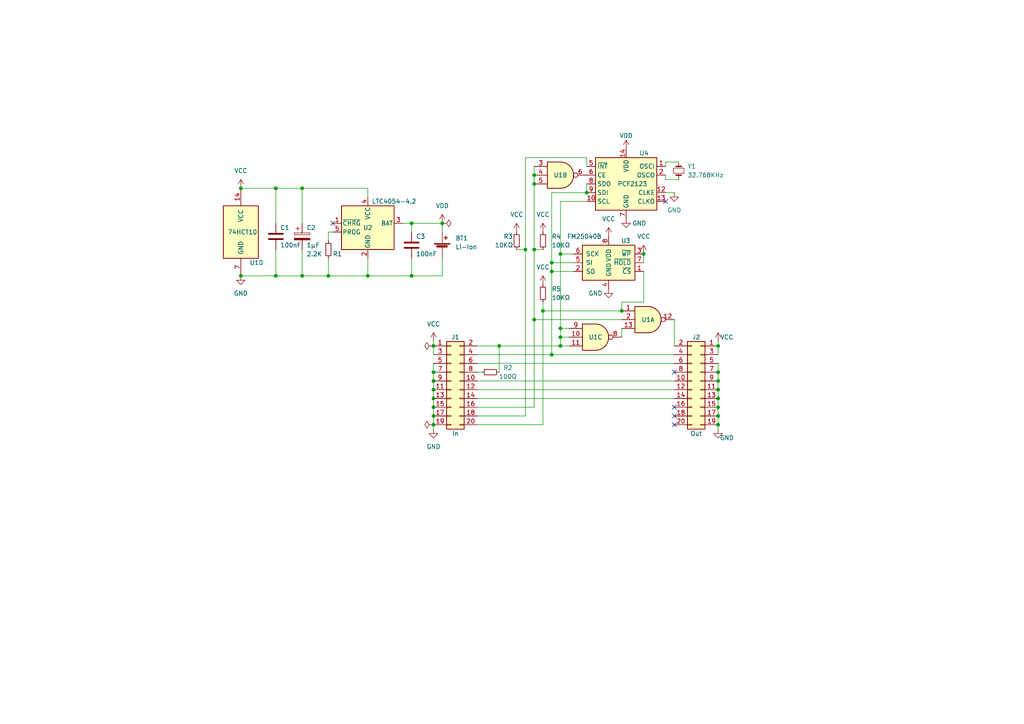
<source format=kicad_sch>
(kicad_sch (version 20211123) (generator eeschema)
  (paper "A4")
  (lib_symbols
    (symbol "74xx:74HCT10" (pin_names (offset 1.016))
      (property "Reference" "U" (at 0 1.27 0))
      (property "Value" "74HCT10" (at 0 -1.27 0))
      (symbol "74HCT10_1_1"
        (arc (start 0 -3.81) (mid 3.81 0) (end 0 3.81) (stroke (width 0.254)) (fill (type background)))
        (polyline (pts (xy 0 3.81) (xy -3.81 3.81) (xy -3.81 -3.81) (xy 0 -3.81)) (stroke (width 0.254)) (fill (type background)))
        (pin input line (at -7.62 2.54 0) (length 3.81) (name "~") (number "1"))
        (pin output inverted (at 7.62 0 180) (length 3.81) (name "~") (number "12"))
        (pin input line (at -7.62 -2.54 0) (length 3.81) (name "~") (number "13"))
        (pin input line (at -7.62 0 0) (length 3.81) (name "~") (number "2"))
      )
      (symbol "74HCT10_1_2"
        (arc (start -3.81 -3.81) (mid -2.589 0) (end -3.81 3.81) (stroke (width 0.254)))
        (arc (start -0.6096 -3.81) (mid 2.1855 -2.584) (end 3.81 0) (stroke (width 0.254)) (fill (type background)))
        (polyline (pts (xy -3.81 -3.81) (xy -0.635 -3.81)) (stroke (width 0.254)) (fill (type background)))
        (polyline (pts (xy -3.81 3.81) (xy -0.635 3.81)) (stroke (width 0.254)) (fill (type background)))
        (polyline (pts (xy -0.635 3.81) (xy -3.81 3.81) (xy -3.81 3.81) (xy -3.556 3.4036) (xy -3.0226 2.2606) (xy -2.6924 1.0414) (xy -2.6162 -0.254) (xy -2.7686 -1.4986) (xy -3.175 -2.7178) (xy -3.81 -3.81) (xy -3.81 -3.81) (xy -0.635 -3.81)) (stroke (width -25.4)) (fill (type background)))
        (arc (start 3.81 0) (mid 2.1928 2.5925) (end -0.6096 3.81) (stroke (width 0.254)) (fill (type background)))
        (pin input inverted (at -7.62 2.54 0) (length 4.318) (name "~") (number "1"))
        (pin output line (at 7.62 0 180) (length 3.81) (name "~") (number "12"))
        (pin input inverted (at -7.62 -2.54 0) (length 4.318) (name "~") (number "13"))
        (pin input inverted (at -7.62 0 0) (length 4.953) (name "~") (number "2"))
      )
      (symbol "74HCT10_2_1"
        (arc (start 0 -3.81) (mid 3.81 0) (end 0 3.81) (stroke (width 0.254)) (fill (type background)))
        (polyline (pts (xy 0 3.81) (xy -3.81 3.81) (xy -3.81 -3.81) (xy 0 -3.81)) (stroke (width 0.254)) (fill (type background)))
        (pin input line (at -7.62 2.54 0) (length 3.81) (name "~") (number "3"))
        (pin input line (at -7.62 0 0) (length 3.81) (name "~") (number "4"))
        (pin input line (at -7.62 -2.54 0) (length 3.81) (name "~") (number "5"))
        (pin output inverted (at 7.62 0 180) (length 3.81) (name "~") (number "6"))
      )
      (symbol "74HCT10_2_2"
        (arc (start -3.81 -3.81) (mid -2.589 0) (end -3.81 3.81) (stroke (width 0.254)))
        (arc (start -0.6096 -3.81) (mid 2.1855 -2.584) (end 3.81 0) (stroke (width 0.254)) (fill (type background)))
        (polyline (pts (xy -3.81 -3.81) (xy -0.635 -3.81)) (stroke (width 0.254)) (fill (type background)))
        (polyline (pts (xy -3.81 3.81) (xy -0.635 3.81)) (stroke (width 0.254)) (fill (type background)))
        (polyline (pts (xy -0.635 3.81) (xy -3.81 3.81) (xy -3.81 3.81) (xy -3.556 3.4036) (xy -3.0226 2.2606) (xy -2.6924 1.0414) (xy -2.6162 -0.254) (xy -2.7686 -1.4986) (xy -3.175 -2.7178) (xy -3.81 -3.81) (xy -3.81 -3.81) (xy -0.635 -3.81)) (stroke (width -25.4)) (fill (type background)))
        (arc (start 3.81 0) (mid 2.1928 2.5925) (end -0.6096 3.81) (stroke (width 0.254)) (fill (type background)))
        (pin input inverted (at -7.62 2.54 0) (length 4.318) (name "~") (number "3"))
        (pin input inverted (at -7.62 0 0) (length 4.953) (name "~") (number "4"))
        (pin input inverted (at -7.62 -2.54 0) (length 4.318) (name "~") (number "5"))
        (pin output line (at 7.62 0 180) (length 3.81) (name "~") (number "6"))
      )
      (symbol "74HCT10_3_1"
        (arc (start 0 -3.81) (mid 3.81 0) (end 0 3.81) (stroke (width 0.254)) (fill (type background)))
        (polyline (pts (xy 0 3.81) (xy -3.81 3.81) (xy -3.81 -3.81) (xy 0 -3.81)) (stroke (width 0.254)) (fill (type background)))
        (pin input line (at -7.62 0 0) (length 3.81) (name "~") (number "10"))
        (pin input line (at -7.62 -2.54 0) (length 3.81) (name "~") (number "11"))
        (pin output inverted (at 7.62 0 180) (length 3.81) (name "~") (number "8"))
        (pin input line (at -7.62 2.54 0) (length 3.81) (name "~") (number "9"))
      )
      (symbol "74HCT10_3_2"
        (arc (start -3.81 -3.81) (mid -2.589 0) (end -3.81 3.81) (stroke (width 0.254)))
        (arc (start -0.6096 -3.81) (mid 2.1855 -2.584) (end 3.81 0) (stroke (width 0.254)) (fill (type background)))
        (polyline (pts (xy -3.81 -3.81) (xy -0.635 -3.81)) (stroke (width 0.254)) (fill (type background)))
        (polyline (pts (xy -3.81 3.81) (xy -0.635 3.81)) (stroke (width 0.254)) (fill (type background)))
        (polyline (pts (xy -0.635 3.81) (xy -3.81 3.81) (xy -3.81 3.81) (xy -3.556 3.4036) (xy -3.0226 2.2606) (xy -2.6924 1.0414) (xy -2.6162 -0.254) (xy -2.7686 -1.4986) (xy -3.175 -2.7178) (xy -3.81 -3.81) (xy -3.81 -3.81) (xy -0.635 -3.81)) (stroke (width -25.4)) (fill (type background)))
        (arc (start 3.81 0) (mid 2.1928 2.5925) (end -0.6096 3.81) (stroke (width 0.254)) (fill (type background)))
        (pin input inverted (at -7.62 0 0) (length 4.953) (name "~") (number "10"))
        (pin input inverted (at -7.62 -2.54 0) (length 4.318) (name "~") (number "11"))
        (pin output line (at 7.62 0 180) (length 3.81) (name "~") (number "8"))
        (pin input inverted (at -7.62 2.54 0) (length 4.318) (name "~") (number "9"))
      )
      (symbol "74HCT10_4_0"
        (pin power_in line (at 0 12.7 270) (length 5.08) (name "VCC") (number "14"))
        (pin power_in line (at 0 -12.7 90) (length 5.08) (name "GND") (number "7"))
      )
      (symbol "74HCT10_4_1"
        (rectangle (start -5.08 7.62) (end 5.08 -7.62) (stroke (width 0.254)) (fill (type background)))
      )
    )
    (symbol "Battery_Management:LTC4054ES5-4.2" (pin_names (offset 0.254))
      (property "Reference" "U" (at -5.842 6.604 0))
      (property "Value" "LTC4054ES5-4.2" (at 1.524 6.604 0))
      (symbol "LTC4054ES5-4.2_0_1"
        (rectangle (start -7.62 5.08) (end 7.62 -7.62) (stroke (width 0.254)) (fill (type background)))
      )
      (symbol "LTC4054ES5-4.2_1_1"
        (pin open_collector line (at -10.16 0 0) (length 2.54) (name "~{CHRG}") (number "1"))
        (pin power_in line (at 0 -10.16 90) (length 2.54) (name "GND") (number "2"))
        (pin power_out line (at 10.16 0 180) (length 2.54) (name "BAT") (number "3"))
        (pin power_in line (at 0 7.62 270) (length 2.54) (name "VCC") (number "4"))
        (pin bidirectional line (at -10.16 -2.54 0) (length 2.54) (name "PROG") (number "5"))
      )
    )
    (symbol "Connector_Generic:Conn_02x10_Odd_Even" (pin_names (offset 1.016) hide)
      (property "Reference" "J" (at 1.27 12.7 0))
      (property "Value" "Conn_02x10_Odd_Even" (at 1.27 -15.24 0))
      (symbol "Conn_02x10_Odd_Even_1_1"
        (rectangle (start -1.27 -12.573) (end 0 -12.827) (stroke (width 0.1524)))
        (rectangle (start -1.27 -10.033) (end 0 -10.287) (stroke (width 0.1524)))
        (rectangle (start -1.27 -7.493) (end 0 -7.747) (stroke (width 0.1524)))
        (rectangle (start -1.27 -4.953) (end 0 -5.207) (stroke (width 0.1524)))
        (rectangle (start -1.27 -2.413) (end 0 -2.667) (stroke (width 0.1524)))
        (rectangle (start -1.27 0.127) (end 0 -0.127) (stroke (width 0.1524)))
        (rectangle (start -1.27 2.667) (end 0 2.413) (stroke (width 0.1524)))
        (rectangle (start -1.27 5.207) (end 0 4.953) (stroke (width 0.1524)))
        (rectangle (start -1.27 7.747) (end 0 7.493) (stroke (width 0.1524)))
        (rectangle (start -1.27 10.287) (end 0 10.033) (stroke (width 0.1524)))
        (rectangle (start -1.27 11.43) (end 3.81 -13.97) (stroke (width 0.254)) (fill (type background)))
        (rectangle (start 3.81 -12.573) (end 2.54 -12.827) (stroke (width 0.1524)))
        (rectangle (start 3.81 -10.033) (end 2.54 -10.287) (stroke (width 0.1524)))
        (rectangle (start 3.81 -7.493) (end 2.54 -7.747) (stroke (width 0.1524)))
        (rectangle (start 3.81 -4.953) (end 2.54 -5.207) (stroke (width 0.1524)))
        (rectangle (start 3.81 -2.413) (end 2.54 -2.667) (stroke (width 0.1524)))
        (rectangle (start 3.81 0.127) (end 2.54 -0.127) (stroke (width 0.1524)))
        (rectangle (start 3.81 2.667) (end 2.54 2.413) (stroke (width 0.1524)))
        (rectangle (start 3.81 5.207) (end 2.54 4.953) (stroke (width 0.1524)))
        (rectangle (start 3.81 7.747) (end 2.54 7.493) (stroke (width 0.1524)))
        (rectangle (start 3.81 10.287) (end 2.54 10.033) (stroke (width 0.1524)))
        (pin passive line (at -5.08 10.16 0) (length 3.81) (name "Pin_1") (number "1"))
        (pin passive line (at 7.62 0 180) (length 3.81) (name "Pin_10") (number "10"))
        (pin passive line (at -5.08 -2.54 0) (length 3.81) (name "Pin_11") (number "11"))
        (pin passive line (at 7.62 -2.54 180) (length 3.81) (name "Pin_12") (number "12"))
        (pin passive line (at -5.08 -5.08 0) (length 3.81) (name "Pin_13") (number "13"))
        (pin passive line (at 7.62 -5.08 180) (length 3.81) (name "Pin_14") (number "14"))
        (pin passive line (at -5.08 -7.62 0) (length 3.81) (name "Pin_15") (number "15"))
        (pin passive line (at 7.62 -7.62 180) (length 3.81) (name "Pin_16") (number "16"))
        (pin passive line (at -5.08 -10.16 0) (length 3.81) (name "Pin_17") (number "17"))
        (pin passive line (at 7.62 -10.16 180) (length 3.81) (name "Pin_18") (number "18"))
        (pin passive line (at -5.08 -12.7 0) (length 3.81) (name "Pin_19") (number "19"))
        (pin passive line (at 7.62 10.16 180) (length 3.81) (name "Pin_2") (number "2"))
        (pin passive line (at 7.62 -12.7 180) (length 3.81) (name "Pin_20") (number "20"))
        (pin passive line (at -5.08 7.62 0) (length 3.81) (name "Pin_3") (number "3"))
        (pin passive line (at 7.62 7.62 180) (length 3.81) (name "Pin_4") (number "4"))
        (pin passive line (at -5.08 5.08 0) (length 3.81) (name "Pin_5") (number "5"))
        (pin passive line (at 7.62 5.08 180) (length 3.81) (name "Pin_6") (number "6"))
        (pin passive line (at -5.08 2.54 0) (length 3.81) (name "Pin_7") (number "7"))
        (pin passive line (at 7.62 2.54 180) (length 3.81) (name "Pin_8") (number "8"))
        (pin passive line (at -5.08 0 0) (length 3.81) (name "Pin_9") (number "9"))
      )
    )
    (symbol "Device:Battery_Cell" (pin_numbers hide) (pin_names (offset 0) hide)
      (property "Reference" "BT" (at 2.54 2.54 0))
      (property "Value" "Battery_Cell" (at 2.54 0 0))
      (symbol "Battery_Cell_0_1"
        (rectangle (start -2.286 1.778) (end 2.286 1.524) (fill (type outline)))
        (rectangle (start -1.5748 1.1938) (end 1.4732 0.6858) (fill (type outline)))
        (polyline (pts (xy 0 0.762) (xy 0 0)))
        (polyline (pts (xy 0 1.778) (xy 0 2.54)))
        (polyline (pts (xy 0.508 3.429) (xy 1.524 3.429)) (stroke (width 0.254)))
        (polyline (pts (xy 1.016 3.937) (xy 1.016 2.921)) (stroke (width 0.254)))
      )
      (symbol "Battery_Cell_1_1"
        (pin passive line (at 0 5.08 270) (length 2.54) (name "+") (number "1"))
        (pin passive line (at 0 -2.54 90) (length 2.54) (name "-") (number "2"))
      )
    )
    (symbol "Device:C" (pin_numbers hide) (pin_names (offset 0.254))
      (property "Reference" "C" (at 0.635 2.54 0))
      (property "Value" "C" (at 0.635 -2.54 0))
      (symbol "C_0_1"
        (polyline (pts (xy -2.032 -0.762) (xy 2.032 -0.762)) (stroke (width 0.508)))
        (polyline (pts (xy -2.032 0.762) (xy 2.032 0.762)) (stroke (width 0.508)))
      )
      (symbol "C_1_1"
        (pin passive line (at 0 3.81 270) (length 2.794) (name "~") (number "1"))
        (pin passive line (at 0 -3.81 90) (length 2.794) (name "~") (number "2"))
      )
    )
    (symbol "Device:C_Polarized" (pin_numbers hide) (pin_names (offset 0.254))
      (property "Reference" "C" (at 0.635 2.54 0))
      (property "Value" "C_Polarized" (at 0.635 -2.54 0))
      (symbol "C_Polarized_0_1"
        (rectangle (start -2.286 0.508) (end 2.286 1.016))
        (polyline (pts (xy -1.778 2.286) (xy -0.762 2.286)))
        (polyline (pts (xy -1.27 2.794) (xy -1.27 1.778)))
        (rectangle (start 2.286 -0.508) (end -2.286 -1.016) (fill (type outline)))
      )
      (symbol "C_Polarized_1_1"
        (pin passive line (at 0 3.81 270) (length 2.794) (name "~") (number "1"))
        (pin passive line (at 0 -3.81 90) (length 2.794) (name "~") (number "2"))
      )
    )
    (symbol "Device:Crystal_Small" (pin_numbers hide) (pin_names (offset 1.016) hide)
      (property "Reference" "Y" (at 0 2.54 0))
      (property "Value" "Crystal_Small" (at 0 -2.54 0))
      (symbol "Crystal_Small_0_1"
        (rectangle (start -0.762 -1.524) (end 0.762 1.524))
        (polyline (pts (xy -1.27 -0.762) (xy -1.27 0.762)) (stroke (width 0.381)))
        (polyline (pts (xy 1.27 -0.762) (xy 1.27 0.762)) (stroke (width 0.381)))
      )
      (symbol "Crystal_Small_1_1"
        (pin passive line (at -2.54 0 0) (length 1.27) (name "1") (number "1"))
        (pin passive line (at 2.54 0 180) (length 1.27) (name "2") (number "2"))
      )
    )
    (symbol "Device:R_Small" (pin_numbers hide) (pin_names (offset 0.254) hide)
      (property "Reference" "R" (at 0.762 0.508 0))
      (property "Value" "R_Small" (at 0.762 -1.016 0))
      (symbol "R_Small_0_1"
        (rectangle (start -0.762 1.778) (end 0.762 -1.778) (stroke (width 0.2032)))
      )
      (symbol "R_Small_1_1"
        (pin passive line (at 0 2.54 270) (length 0.762) (name "~") (number "1"))
        (pin passive line (at 0 -2.54 90) (length 0.762) (name "~") (number "2"))
      )
    )
    (symbol "Memory_NVRAM:FM25040B" (pin_names (offset 1.016))
      (property "Reference" "U" (at -7.62 6.35 0))
      (property "Value" "FM25040B" (at 1.27 6.35 0))
      (symbol "FM25040B_0_1"
        (rectangle (start -7.62 5.08) (end 7.62 -5.08) (stroke (width 0.254)) (fill (type background)))
      )
      (symbol "FM25040B_1_1"
        (pin input line (at -10.16 -2.54 0) (length 2.54) (name "~{CS}") (number "1"))
        (pin tri_state line (at 10.16 -2.54 180) (length 2.54) (name "SO") (number "2"))
        (pin input line (at -10.16 2.54 0) (length 2.54) (name "~{WP}") (number "3"))
        (pin power_in line (at 0 -7.62 90) (length 2.54) (name "GND") (number "4"))
        (pin input line (at 10.16 0 180) (length 2.54) (name "SI") (number "5"))
        (pin input line (at 10.16 2.54 180) (length 2.54) (name "SCK") (number "6"))
        (pin input line (at -10.16 0 0) (length 2.54) (name "~{HOLD}") (number "7"))
        (pin power_in line (at 0 7.62 270) (length 2.54) (name "VDD") (number "8"))
      )
    )
    (symbol "Timer_RTC:PCF2123"
      (property "Reference" "U" (at 0 0 0))
      (property "Value" "PCF2123" (at 0 0 0))
      (symbol "PCF2123_0_1"
        (rectangle (start -8.89 7.62) (end 8.89 -7.62) (stroke (width 0.254)) (fill (type background)))
      )
      (symbol "PCF2123_1_1"
        (pin input line (at 11.43 5.08 180) (length 2.54) (name "OSCI") (number "1"))
        (pin input line (at -11.43 -5.08 0) (length 2.54) (name "SCL") (number "10"))
        (pin no_connect non_logic (at 10.16 -15.24 0) (length 2.54) hide (name "NC") (number "11"))
        (pin input line (at 11.43 -2.54 180) (length 2.54) (name "CLKE") (number "12"))
        (pin output line (at 11.43 -5.08 180) (length 2.54) (name "CLKO") (number "13"))
        (pin power_in line (at 0 10.16 270) (length 2.54) (name "VDD") (number "14"))
        (pin output line (at 11.43 2.54 180) (length 2.54) (name "OSCO") (number "2"))
        (pin no_connect non_logic (at 10.16 -10.16 0) (length 2.54) hide (name "NC") (number "3"))
        (pin no_connect non_logic (at 10.16 -12.7 0) (length 2.54) hide (name "NC") (number "4"))
        (pin output line (at -11.43 5.08 0) (length 2.54) (name "~{INT}") (number "5"))
        (pin input line (at -11.43 2.54 0) (length 2.54) (name "CE") (number "6"))
        (pin power_in line (at 0 -10.16 90) (length 2.54) (name "GND") (number "7"))
        (pin tri_state line (at -11.43 0 0) (length 2.54) (name "SDO") (number "8"))
        (pin input line (at -11.43 -2.54 0) (length 2.54) (name "SDI") (number "9"))
      )
    )
    (symbol "power:GND" (power) (pin_names (offset 0))
      (property "Value" "GND" (at 0 -3.81 0))
      (symbol "GND_0_1"
        (polyline (pts (xy 0 0) (xy 0 -1.27) (xy 1.27 -1.27) (xy 0 -2.54) (xy -1.27 -1.27) (xy 0 -1.27)))
      )
      (symbol "GND_1_1"
        (pin power_in line (at 0 0 270) (length 0) hide (name "GND") (number "1"))
      )
    )
    (symbol "power:PWR_FLAG" (power) (pin_numbers hide) (pin_names (offset 0) hide)
      (property "Value" "PWR_FLAG" (at 0 3.81 0))
      (symbol "PWR_FLAG_0_0"
        (pin power_out line (at 0 0 90) (length 0) (name "pwr") (number "1"))
      )
      (symbol "PWR_FLAG_0_1"
        (polyline (pts (xy 0 0) (xy 0 1.27) (xy -1.016 1.905) (xy 0 2.54) (xy 1.016 1.905) (xy 0 1.27)))
      )
    )
    (symbol "power:VCC" (power) (pin_names (offset 0))
      (property "Value" "VCC" (at 0 3.81 0))
      (symbol "VCC_0_1"
        (polyline (pts (xy -0.762 1.27) (xy 0 2.54)))
        (polyline (pts (xy 0 0) (xy 0 2.54)))
        (polyline (pts (xy 0 2.54) (xy 0.762 1.27)))
      )
      (symbol "VCC_1_1"
        (pin power_in line (at 0 0 90) (length 0) hide (name "VCC") (number "1"))
      )
    )
    (symbol "power:VDD" (power) (pin_names (offset 0))
      (property "Value" "VDD" (at 0 3.81 0))
      (symbol "VDD_0_1"
        (polyline (pts (xy -0.762 1.27) (xy 0 2.54)))
        (polyline (pts (xy 0 0) (xy 0 2.54)))
        (polyline (pts (xy 0 2.54) (xy 0.762 1.27)))
      )
      (symbol "VDD_1_1"
        (pin power_in line (at 0 0 90) (length 0) hide (name "VDD") (number "1"))
      )
    )
  )
  (junction (at 154.94 92.71))
  (junction (at 125.73 115.57))
  (junction (at 208.28 115.57))
  (junction (at 80.01 80.01))
  (junction (at 208.28 110.49))
  (junction (at 119.38 80.01))
  (junction (at 125.73 120.65))
  (junction (at 125.73 113.03))
  (junction (at 162.56 97.79))
  (junction (at 125.73 110.49))
  (junction (at 160.02 102.87))
  (junction (at 157.48 90.17))
  (junction (at 95.25 80.01))
  (junction (at 119.38 64.77))
  (junction (at 154.94 53.34))
  (junction (at 162.56 100.33))
  (junction (at 208.28 100.33))
  (junction (at 162.56 73.66))
  (junction (at 208.28 107.95))
  (junction (at 87.63 80.01))
  (junction (at 160.02 76.2))
  (junction (at 154.94 50.8))
  (junction (at 125.73 100.33))
  (junction (at 208.28 120.65))
  (junction (at 69.85 80.01))
  (junction (at 208.28 113.03))
  (junction (at 87.63 54.61))
  (junction (at 162.56 95.25))
  (junction (at 154.94 72.39))
  (junction (at 128.27 64.77))
  (junction (at 170.18 55.88))
  (junction (at 125.73 118.11))
  (junction (at 80.01 54.61))
  (junction (at 160.02 78.74))
  (junction (at 186.69 73.66))
  (junction (at 125.73 123.19))
  (junction (at 180.34 90.17))
  (junction (at 69.85 54.61))
  (junction (at 106.68 80.01))
  (junction (at 152.4 72.39))
  (junction (at 144.78 100.33))
  (junction (at 208.28 118.11))
  (junction (at 125.73 107.95))
  (junction (at 208.28 123.19))
  (no_connect (at 195.58 107.95))
  (no_connect (at 195.58 118.11))
  (no_connect (at 195.58 120.65))
  (no_connect (at 195.58 123.19))
  (no_connect (at 96.52 64.77))
  (no_connect (at 193.04 58.42))
  (wire (pts (xy 138.43 105.41) (xy 195.58 105.41)))
  (wire (pts (xy 180.34 87.63) (xy 186.69 87.63)))
  (wire (pts (xy 186.69 87.63) (xy 186.69 78.74)))
  (wire (pts (xy 80.01 54.61) (xy 87.63 54.61)))
  (wire (pts (xy 119.38 80.01) (xy 128.27 80.01)))
  (wire (pts (xy 125.73 105.41) (xy 125.73 107.95)))
  (wire (pts (xy 80.01 54.61) (xy 69.85 54.61)))
  (wire (pts (xy 157.48 87.63) (xy 157.48 90.17)))
  (wire (pts (xy 154.94 53.34) (xy 154.94 72.39)))
  (wire (pts (xy 87.63 54.61) (xy 106.68 54.61)))
  (wire (pts (xy 160.02 78.74) (xy 166.37 78.74)))
  (wire (pts (xy 119.38 64.77) (xy 128.27 64.77)))
  (wire (pts (xy 138.43 115.57) (xy 195.58 115.57)))
  (wire (pts (xy 138.43 120.65) (xy 152.4 120.65)))
  (wire (pts (xy 160.02 102.87) (xy 195.58 102.87)))
  (wire (pts (xy 160.02 76.2) (xy 160.02 55.88)))
  (wire (pts (xy 128.27 64.77) (xy 128.27 67.31)))
  (wire (pts (xy 180.34 97.79) (xy 180.34 95.25)))
  (wire (pts (xy 119.38 74.93) (xy 119.38 80.01)))
  (wire (pts (xy 160.02 78.74) (xy 160.02 76.2)))
  (wire (pts (xy 162.56 95.25) (xy 162.56 73.66)))
  (wire (pts (xy 152.4 45.72) (xy 152.4 72.39)))
  (wire (pts (xy 87.63 54.61) (xy 87.63 64.77)))
  (wire (pts (xy 144.78 100.33) (xy 144.78 107.95)))
  (wire (pts (xy 165.1 100.33) (xy 162.56 100.33)))
  (wire (pts (xy 80.01 80.01) (xy 87.63 80.01)))
  (wire (pts (xy 125.73 115.57) (xy 125.73 118.11)))
  (wire (pts (xy 208.28 100.33) (xy 208.28 102.87)))
  (wire (pts (xy 154.94 72.39) (xy 157.48 72.39)))
  (wire (pts (xy 125.73 123.19) (xy 125.73 124.46)))
  (wire (pts (xy 154.94 50.8) (xy 154.94 53.34)))
  (wire (pts (xy 125.73 107.95) (xy 125.73 110.49)))
  (wire (pts (xy 154.94 92.71) (xy 180.34 92.71)))
  (wire (pts (xy 170.18 48.26) (xy 170.18 45.72)))
  (wire (pts (xy 162.56 73.66) (xy 162.56 58.42)))
  (wire (pts (xy 157.48 90.17) (xy 180.34 90.17)))
  (wire (pts (xy 208.28 115.57) (xy 208.28 118.11)))
  (wire (pts (xy 152.4 72.39) (xy 152.4 120.65)))
  (wire (pts (xy 119.38 64.77) (xy 119.38 67.31)))
  (wire (pts (xy 160.02 55.88) (xy 170.18 55.88)))
  (wire (pts (xy 138.43 123.19) (xy 157.48 123.19)))
  (wire (pts (xy 157.48 90.17) (xy 157.48 123.19)))
  (wire (pts (xy 162.56 58.42) (xy 170.18 58.42)))
  (wire (pts (xy 154.94 48.26) (xy 154.94 50.8)))
  (wire (pts (xy 96.52 67.31) (xy 95.25 67.31)))
  (wire (pts (xy 170.18 53.34) (xy 170.18 55.88)))
  (wire (pts (xy 144.78 100.33) (xy 162.56 100.33)))
  (wire (pts (xy 154.94 72.39) (xy 154.94 92.71)))
  (wire (pts (xy 208.28 120.65) (xy 208.28 123.19)))
  (wire (pts (xy 95.25 80.01) (xy 106.68 80.01)))
  (wire (pts (xy 125.73 118.11) (xy 125.73 120.65)))
  (wire (pts (xy 208.28 105.41) (xy 208.28 107.95)))
  (wire (pts (xy 162.56 97.79) (xy 162.56 95.25)))
  (wire (pts (xy 165.1 97.79) (xy 162.56 97.79)))
  (wire (pts (xy 193.04 46.99) (xy 196.85 46.99)))
  (wire (pts (xy 208.28 107.95) (xy 208.28 110.49)))
  (wire (pts (xy 138.43 100.33) (xy 144.78 100.33)))
  (wire (pts (xy 160.02 102.87) (xy 160.02 78.74)))
  (wire (pts (xy 87.63 72.39) (xy 87.63 80.01)))
  (wire (pts (xy 87.63 80.01) (xy 95.25 80.01)))
  (wire (pts (xy 138.43 102.87) (xy 160.02 102.87)))
  (wire (pts (xy 125.73 110.49) (xy 125.73 113.03)))
  (wire (pts (xy 80.01 72.39) (xy 80.01 80.01)))
  (wire (pts (xy 80.01 54.61) (xy 80.01 64.77)))
  (wire (pts (xy 149.86 72.39) (xy 152.4 72.39)))
  (wire (pts (xy 106.68 80.01) (xy 119.38 80.01)))
  (wire (pts (xy 138.43 113.03) (xy 195.58 113.03)))
  (wire (pts (xy 125.73 99.06) (xy 125.73 100.33)))
  (wire (pts (xy 154.94 92.71) (xy 154.94 118.11)))
  (wire (pts (xy 125.73 100.33) (xy 125.73 102.87)))
  (wire (pts (xy 180.34 87.63) (xy 180.34 90.17)))
  (wire (pts (xy 170.18 45.72) (xy 152.4 45.72)))
  (wire (pts (xy 193.04 55.88) (xy 195.58 55.88)))
  (wire (pts (xy 125.73 113.03) (xy 125.73 115.57)))
  (wire (pts (xy 162.56 100.33) (xy 162.56 97.79)))
  (wire (pts (xy 138.43 118.11) (xy 154.94 118.11)))
  (wire (pts (xy 160.02 76.2) (xy 166.37 76.2)))
  (wire (pts (xy 208.28 99.06) (xy 208.28 100.33)))
  (wire (pts (xy 165.1 95.25) (xy 162.56 95.25)))
  (wire (pts (xy 138.43 110.49) (xy 195.58 110.49)))
  (wire (pts (xy 95.25 74.93) (xy 95.25 80.01)))
  (wire (pts (xy 208.28 123.19) (xy 208.28 124.46)))
  (wire (pts (xy 162.56 73.66) (xy 166.37 73.66)))
  (wire (pts (xy 80.01 80.01) (xy 69.85 80.01)))
  (wire (pts (xy 106.68 74.93) (xy 106.68 80.01)))
  (wire (pts (xy 208.28 113.03) (xy 208.28 115.57)))
  (wire (pts (xy 186.69 73.66) (xy 186.69 76.2)))
  (wire (pts (xy 193.04 52.07) (xy 196.85 52.07)))
  (wire (pts (xy 195.58 92.71) (xy 195.58 100.33)))
  (wire (pts (xy 193.04 48.26) (xy 193.04 46.99)))
  (wire (pts (xy 208.28 118.11) (xy 208.28 120.65)))
  (wire (pts (xy 116.84 64.77) (xy 119.38 64.77)))
  (wire (pts (xy 193.04 50.8) (xy 193.04 52.07)))
  (wire (pts (xy 125.73 120.65) (xy 125.73 123.19)))
  (wire (pts (xy 106.68 57.15) (xy 106.68 54.61)))
  (wire (pts (xy 208.28 110.49) (xy 208.28 113.03)))
  (wire (pts (xy 128.27 74.93) (xy 128.27 80.01)))
  (wire (pts (xy 95.25 67.31) (xy 95.25 69.85)))
  (wire (pts (xy 138.43 107.95) (xy 139.7 107.95)))
  (symbol (lib_id "Device:Crystal_Small") (at 196.85 49.53 270) (mirror x) (unit 1)
    (property "Reference" "Y1" (at 199.39 48.2599 90) (effects (justify left)))
    (property "Value" "32.768KHz" (at 199.39 50.7999 90) (effects (justify left)))
    (property "Footprint" "Crystal:Crystal_DS26_D2.0mm_L6.0mm_Horizontal" (effects hide))
  )
  (symbol (lib_id "74xx:74HCT10") (at 172.72 97.79 0) (unit 3)
    (property "Reference" "U1" (at 172.72 97.79 0))
    (property "Value" "74HCT10" (effects hide))
    (property "Footprint" "Package_SO:SO-14_3.9x8.65mm_P1.27mm" (effects hide))
    (property "Datasheet" "http://www.ti.com/lit/gpn/sn74LS10" (effects hide))
  )
  (symbol (lib_id "Device:R_Small") (at 157.48 69.85 0) (unit 1)
    (property "Reference" "R4" (at 160.02 68.5799 0) (effects (justify left)))
    (property "Value" "10KΩ" (at 160.02 71.1199 0) (effects (justify left)))
    (property "Footprint" "Resistor_SMD:R_1206_3216Metric_Pad1.30x1.75mm_HandSolder" (effects hide))
  )
  (symbol (lib_id "power:GND") (at 195.58 55.88 0) (unit 1)
    (property "Reference" "#PWR014" (effects hide))
    (property "Value" "GND" (at 195.58 60.96 0))
  )
  (symbol (lib_id "power:GND") (at 208.28 124.46 0) (unit 1)
    (property "Reference" "#PWR016" (effects hide))
    (property "Value" "GND" (at 210.82 127 0))
  )
  (symbol (lib_id "power:VCC") (at 69.85 54.61 0) (unit 1)
    (property "Reference" "#PWR01" (effects hide))
    (property "Value" "VCC" (at 69.85 49.53 0))
  )
  (symbol (lib_id "Memory_NVRAM:FM25040B") (at 176.53 76.2 0) (mirror y) (unit 1)
    (property "Reference" "U3" (at 182.88 69.85 0) (effects (justify left)))
    (property "Value" "FM25040B" (at 174.5106 68.58 0) (effects (justify left)))
    (property "Footprint" "Package_SO:SOIC-8_3.9x4.9mm_P1.27mm" (effects hide))
    (property "Datasheet" "http://www.fujitsu.com/downloads/MICRO/fsa/pdf/products/memory/fram/MB85RS16-DS501-00014-6v0-E.pdf" (effects hide))
  )
  (symbol (lib_id "power:VDD") (at 181.61 43.18 0) (unit 1)
    (property "Reference" "#PWR011" (effects hide))
    (property "Value" "VDD" (at 181.61 39.37 0))
  )
  (symbol (lib_id "74xx:74HCT10") (at 187.96 92.71 0) (unit 1)
    (property "Reference" "U1" (at 187.96 92.71 0))
    (property "Value" "74HCT10" (effects hide))
    (property "Footprint" "Package_SO:SO-14_3.9x8.65mm_P1.27mm" (effects hide))
    (property "Datasheet" "http://www.ti.com/lit/gpn/sn74LS10" (effects hide))
  )
  (symbol (lib_id "Connector_Generic:Conn_02x10_Odd_Even") (at 203.2 110.49 0) (mirror y) (unit 1)
    (property "Reference" "J2" (at 201.93 97.79 0))
    (property "Value" "Out" (at 201.93 125.73 0))
    (property "Footprint" "Connector_PinHeader_2.54mm:PinHeader_2x10_P2.54mm_Reversed_Horizontal" (effects hide))
  )
  (symbol (lib_id "power:VCC") (at 208.28 99.06 0) (unit 1)
    (property "Reference" "#PWR015" (effects hide))
    (property "Value" "VCC" (at 210.82 97.79 0))
  )
  (symbol (lib_id "power:VCC") (at 186.69 73.66 0) (mirror y) (unit 1)
    (property "Reference" "#PWR013" (effects hide))
    (property "Value" "VCC" (at 186.69 68.58 0))
  )
  (symbol (lib_id "74xx:74HCT10") (at 69.85 67.31 0) (unit 4)
    (property "Reference" "U1" (at 72.39 76.2 0) (effects (justify left)))
    (property "Value" "74HCT10" (at 66.04 67.31 0) (effects (justify left)))
    (property "Footprint" "Package_SO:SO-14_3.9x8.65mm_P1.27mm" (effects hide))
    (property "Datasheet" "http://www.ti.com/lit/gpn/sn74LS10" (effects hide))
  )
  (symbol (lib_id "Device:R_Small") (at 149.86 69.85 0) (unit 1)
    (property "Reference" "R3" (at 146.05 68.58 0) (effects (justify left)))
    (property "Value" "10KΩ" (at 143.51 71.12 0) (effects (justify left)))
    (property "Footprint" "Resistor_SMD:R_1206_3216Metric_Pad1.30x1.75mm_HandSolder" (effects hide))
  )
  (symbol (lib_id "power:GND") (at 69.85 80.01 0) (unit 1)
    (property "Reference" "#PWR02" (effects hide))
    (property "Value" "GND" (at 69.85 85.09 0))
  )
  (symbol (lib_id "Battery_Management:LTC4054ES5-4.2") (at 106.68 64.77 0) (unit 1)
    (property "Reference" "U2" (at 106.68 66.04 0))
    (property "Value" "LTC4054-4.2" (at 114.3 58.42 0))
    (property "Footprint" "Package_TO_SOT_SMD:TSOT-23-5" (effects hide))
    (property "Datasheet" "https://www.analog.com/media/en/technical-documentation/data-sheets/405442xf.pdf" (effects hide))
  )
  (symbol (lib_id "Connector_Generic:Conn_02x10_Odd_Even") (at 130.81 110.49 0) (unit 1)
    (property "Reference" "J1" (at 132.08 97.79 0))
    (property "Value" "In" (at 132.08 125.73 0))
    (property "Footprint" "Connector_PinSocket_2.54mm:PinSocket_2x10_P2.54mm_Horizontal" (effects hide))
  )
  (symbol (lib_id "power:VDD") (at 128.27 64.77 0) (unit 1)
    (property "Reference" "#PWR05" (effects hide))
    (property "Value" "VDD" (at 128.27 59.69 0))
  )
  (symbol (lib_id "power:VCC") (at 157.48 82.55 0) (unit 1)
    (property "Reference" "#PWR08" (effects hide))
    (property "Value" "VCC" (at 157.48 77.47 0))
  )
  (symbol (lib_id "Device:Battery_Cell") (at 128.27 72.39 0) (unit 1)
    (property "Reference" "BT1" (at 132.08 69.0879 0) (effects (justify left)))
    (property "Value" "Li-Ion" (at 132.08 71.6279 0) (effects (justify left)))
    (property "Footprint" "Connector_PinHeader_2.54mm:PinHeader_1x02_P2.54mm_Horizontal" (effects hide))
  )
  (symbol (lib_id "power:VCC") (at 157.48 67.31 0) (unit 1)
    (property "Reference" "#PWR07" (effects hide))
    (property "Value" "VCC" (at 157.48 62.23 0))
  )
  (symbol (lib_id "power:GND") (at 176.53 83.82 0) (mirror y) (unit 1)
    (property "Reference" "#PWR010" (effects hide))
    (property "Value" "GND" (at 172.72 85.09 0))
  )
  (symbol (lib_id "Device:C") (at 80.01 68.58 0) (unit 1)
    (property "Reference" "C1" (at 81.28 66.04 0) (effects (justify left)))
    (property "Value" "100nF" (at 81.28 71.12 0) (effects (justify left)))
    (property "Footprint" "Capacitor_SMD:C_1206_3216Metric_Pad1.33x1.80mm_HandSolder" (effects hide))
  )
  (symbol (lib_id "Device:C") (at 119.38 71.12 0) (unit 1)
    (property "Reference" "C3" (at 120.65 68.58 0) (effects (justify left)))
    (property "Value" "100nF" (at 120.65 73.66 0) (effects (justify left)))
    (property "Footprint" "Capacitor_SMD:C_1206_3216Metric_Pad1.33x1.80mm_HandSolder" (effects hide))
  )
  (symbol (lib_id "power:GND") (at 181.61 63.5 0) (unit 1)
    (property "Reference" "#PWR012" (effects hide))
    (property "Value" "GND" (at 185.42 64.77 0))
  )
  (symbol (lib_id "Device:C_Polarized") (at 87.63 68.58 0) (unit 1)
    (property "Reference" "C2" (at 88.9 66.04 0) (effects (justify left)))
    (property "Value" "1µF" (at 88.9 71.12 0) (effects (justify left)))
    (property "Footprint" "Capacitor_THT:CP_Radial_D4.0mm_P1.50mm" (effects hide))
  )
  (symbol (lib_id "Timer_RTC:PCF2123") (at 181.61 53.34 0) (unit 1)
    (property "Reference" "U4" (at 185.42 44.45 0) (effects (justify left)))
    (property "Value" "PCF2123" (at 179.07 53.34 0) (effects (justify left)))
    (property "Footprint" "Package_SO:TSSOP-14_4.4x5mm_P0.65mm" (effects hide))
  )
  (symbol (lib_id "Device:R_Small") (at 157.48 85.09 0) (unit 1)
    (property "Reference" "R5" (at 160.02 83.8199 0) (effects (justify left)))
    (property "Value" "10KΩ" (at 160.02 86.3599 0) (effects (justify left)))
    (property "Footprint" "Resistor_SMD:R_1206_3216Metric_Pad1.30x1.75mm_HandSolder" (effects hide))
  )
  (symbol (lib_id "power:PWR_FLAG") (at 125.73 123.19 90) (unit 1)
    (property "Reference" "#FLG02" (effects hide))
    (property "Value" "PWR_FLAG" (effects hide))
  )
  (symbol (lib_id "power:GND") (at 125.73 124.46 0) (unit 1)
    (property "Reference" "#PWR04" (effects hide))
    (property "Value" "GND" (at 125.73 129.54 0))
  )
  (symbol (lib_id "Device:R_Small") (at 95.25 72.39 0) (unit 1)
    (property "Reference" "R1" (at 96.52 73.66 0) (effects (justify left)))
    (property "Value" "2.2K" (at 88.9 73.66 0) (effects (justify left)))
    (property "Footprint" "Resistor_SMD:R_1206_3216Metric_Pad1.30x1.75mm_HandSolder" (effects hide))
  )
  (symbol (lib_id "Device:R_Small") (at 142.24 107.95 270) (unit 1)
    (property "Reference" "R2" (at 147.32 106.68 90))
    (property "Value" "100Ω" (at 147.32 109.22 90))
    (property "Footprint" "Resistor_SMD:R_1206_3216Metric_Pad1.30x1.75mm_HandSolder" (effects hide))
  )
  (symbol (lib_id "power:PWR_FLAG") (at 128.27 64.77 270) (unit 1)
    (property "Reference" "#FLG03" (effects hide))
    (property "Value" "PWR_FLAG" (effects hide))
  )
  (symbol (lib_id "power:PWR_FLAG") (at 125.73 100.33 90) (unit 1)
    (property "Reference" "#FLG01" (effects hide))
    (property "Value" "PWR_FLAG" (effects hide))
  )
  (symbol (lib_id "power:VCC") (at 125.73 99.06 0) (unit 1)
    (property "Reference" "#PWR03" (effects hide))
    (property "Value" "VCC" (at 125.73 93.98 0))
  )
  (symbol (lib_id "power:VCC") (at 176.53 68.58 0) (mirror y) (unit 1)
    (property "Reference" "#PWR09" (effects hide))
    (property "Value" "VCC" (at 176.53 63.5 0))
  )
  (symbol (lib_id "power:VCC") (at 149.86 67.31 0) (unit 1)
    (property "Reference" "#PWR06" (effects hide))
    (property "Value" "VCC" (at 149.86 62.23 0))
  )
  (symbol (lib_id "74xx:74HCT10") (at 162.56 50.8 0) (unit 2)
    (property "Reference" "U1" (at 162.56 50.8 0))
    (property "Value" "74HCT10" (effects hide))
    (property "Footprint" "Package_SO:SO-14_3.9x8.65mm_P1.27mm" (effects hide))
    (property "Datasheet" "http://www.ti.com/lit/gpn/sn74LS10" (effects hide))
  )
)
</source>
